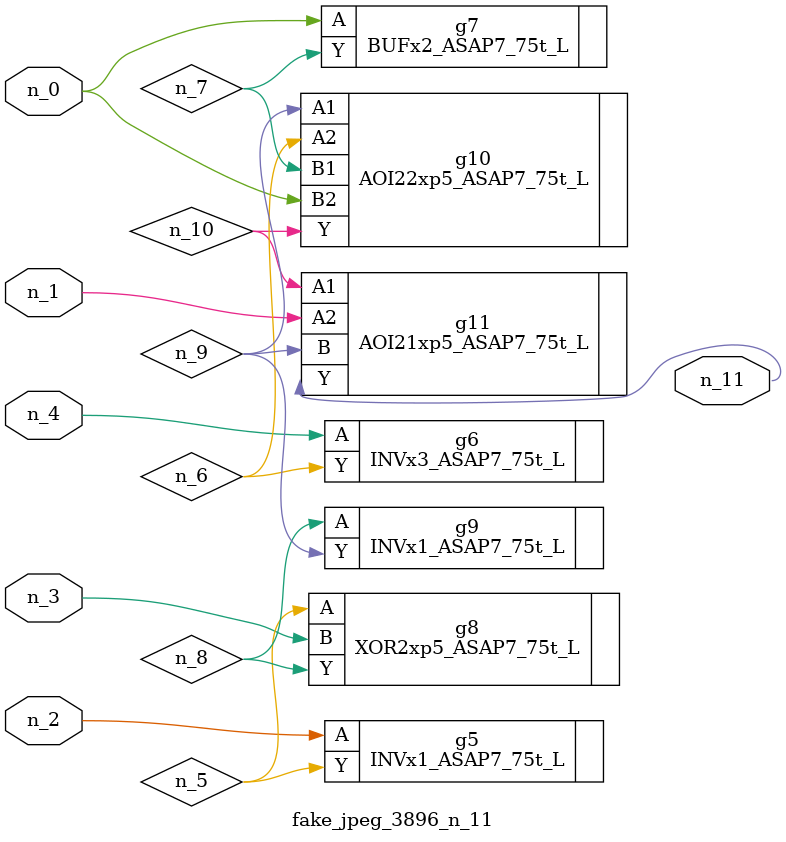
<source format=v>
module fake_jpeg_3896_n_11 (n_3, n_2, n_1, n_0, n_4, n_11);

input n_3;
input n_2;
input n_1;
input n_0;
input n_4;

output n_11;

wire n_10;
wire n_8;
wire n_9;
wire n_6;
wire n_5;
wire n_7;

INVx1_ASAP7_75t_L g5 ( 
.A(n_2),
.Y(n_5)
);

INVx3_ASAP7_75t_L g6 ( 
.A(n_4),
.Y(n_6)
);

BUFx2_ASAP7_75t_L g7 ( 
.A(n_0),
.Y(n_7)
);

XOR2xp5_ASAP7_75t_L g8 ( 
.A(n_5),
.B(n_3),
.Y(n_8)
);

INVx1_ASAP7_75t_L g9 ( 
.A(n_8),
.Y(n_9)
);

AOI22xp5_ASAP7_75t_L g10 ( 
.A1(n_9),
.A2(n_6),
.B1(n_7),
.B2(n_0),
.Y(n_10)
);

AOI21xp5_ASAP7_75t_L g11 ( 
.A1(n_10),
.A2(n_1),
.B(n_9),
.Y(n_11)
);


endmodule
</source>
